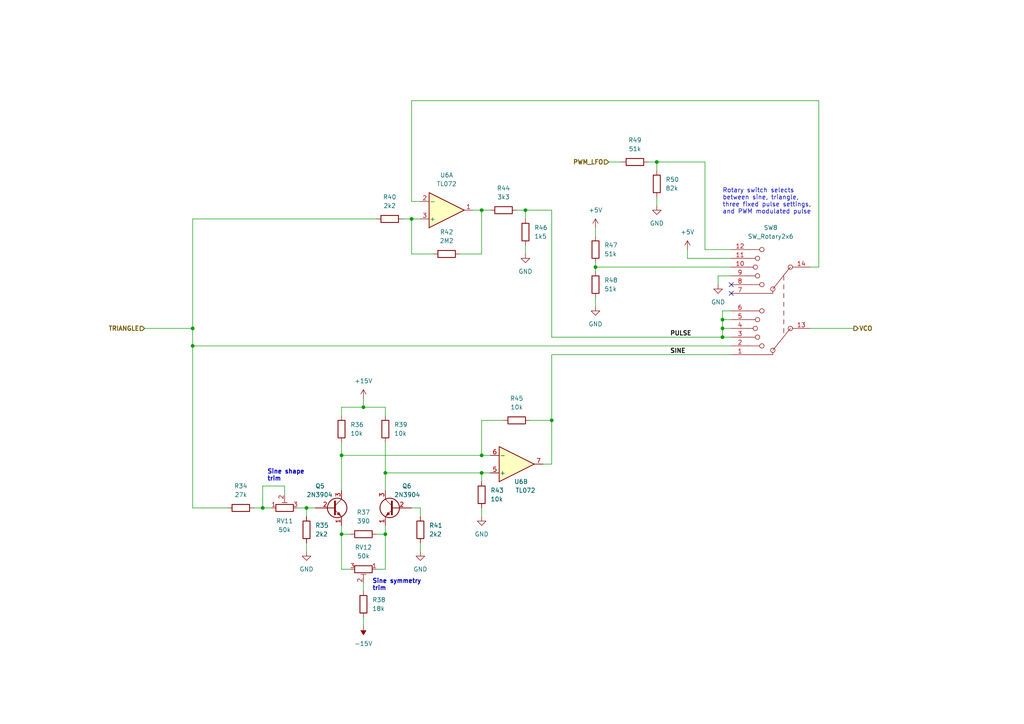
<source format=kicad_sch>
(kicad_sch (version 20221206) (generator eeschema)
  (paper "A4")
  (title_block (title "J.P. Fundrums") (date "2023-02-02") (rev "0") (comment 1 "creativecommons.org/licences/by/4.0/") (comment 2 "Licence: CC by 4.0") (comment 3 "Author: Jordan Aceto"))
  (lib_symbols
    (symbol "Amplifier_Operational:TL072" (pin_names (offset 0.127))
      (property "Reference" "U" (at 0 5.08 0))
      (property "Value" "TL072" (at 0 -5.08 0))
      (symbol "TL072_1_1"
        (polyline (pts (xy -5.08 5.08) (xy 5.08 0) (xy -5.08 -5.08) (xy -5.08 5.08)) (stroke (width 0.254)) (fill (type background)))
        (pin output line (at 7.62 0 180) (length 2.54) (name "~") (number "1"))
        (pin input line (at -7.62 -2.54 0) (length 2.54) (name "-") (number "2"))
        (pin input line (at -7.62 2.54 0) (length 2.54) (name "+") (number "3"))
      )
      (symbol "TL072_2_1"
        (polyline (pts (xy -5.08 5.08) (xy 5.08 0) (xy -5.08 -5.08) (xy -5.08 5.08)) (stroke (width 0.254)) (fill (type background)))
        (pin input line (at -7.62 2.54 0) (length 2.54) (name "+") (number "5"))
        (pin input line (at -7.62 -2.54 0) (length 2.54) (name "-") (number "6"))
        (pin output line (at 7.62 0 180) (length 2.54) (name "~") (number "7"))
      )
      (symbol "TL072_3_1"
        (pin power_in line (at -2.54 -7.62 90) (length 3.81) (name "V-") (number "4"))
        (pin power_in line (at -2.54 7.62 270) (length 3.81) (name "V+") (number "8"))
      )
    )
    (symbol "Device:R" (pin_numbers hide) (pin_names (offset 0))
      (property "Reference" "R" (at 2.032 0 90))
      (property "Value" "R" (at 0 0 90))
      (symbol "R_0_1"
        (rectangle (start -1.016 -2.54) (end 1.016 2.54) (stroke (width 0.254)))
      )
      (symbol "R_1_1"
        (pin passive line (at 0 3.81 270) (length 1.27) (name "~") (number "1"))
        (pin passive line (at 0 -3.81 90) (length 1.27) (name "~") (number "2"))
      )
    )
    (symbol "Device:R_Potentiometer_Trim" (pin_names (offset 1.016) hide)
      (property "Reference" "RV" (at -4.445 0 90))
      (property "Value" "R_Potentiometer_Trim" (at -2.54 0 90))
      (symbol "R_Potentiometer_Trim_0_1"
        (polyline (pts (xy 1.524 0.762) (xy 1.524 -0.762)))
        (polyline (pts (xy 2.54 0) (xy 1.524 0)))
        (rectangle (start 1.016 2.54) (end -1.016 -2.54) (stroke (width 0.254)))
      )
      (symbol "R_Potentiometer_Trim_1_1"
        (pin passive line (at 0 3.81 270) (length 1.27) (name "1") (number "1"))
        (pin passive line (at 3.81 0 180) (length 1.27) (name "2") (number "2"))
        (pin passive line (at 0 -3.81 90) (length 1.27) (name "3") (number "3"))
      )
    )
    (symbol "Switch:SW_Rotary2x6" (pin_names (offset 1.016) hide)
      (property "Reference" "SW" (at 0 17.78 0))
      (property "Value" "SW_Rotary2x6" (at 0 -17.78 0))
      (symbol "SW_Rotary2x6_0_0"
        (circle (center -4.445 -10.16) (radius 0.635))
        (circle (center -4.445 7.62) (radius 0.635))
        (polyline (pts (xy -4.445 -10.16) (xy 0.635 -3.81)))
        (polyline (pts (xy -4.445 7.62) (xy 0.635 13.97)))
        (polyline (pts (xy -2.54 -7.62) (xy -2.54 -6.35)))
        (polyline (pts (xy -2.54 -5.08) (xy -2.54 -3.81)))
        (polyline (pts (xy -2.54 -2.54) (xy -2.54 -1.27)))
        (polyline (pts (xy -2.54 0) (xy -2.54 1.27)))
        (polyline (pts (xy -2.54 2.54) (xy -2.54 3.81)))
        (polyline (pts (xy -2.54 5.08) (xy -2.54 6.35)))
        (polyline (pts (xy -2.54 7.62) (xy -2.54 8.89)))
        (polyline (pts (xy 4.445 -5.08) (xy 7.62 -5.08)))
        (polyline (pts (xy 4.445 12.7) (xy 7.62 12.7)))
        (polyline (pts (xy 5.715 -12.7) (xy 7.62 -12.7)))
        (polyline (pts (xy 5.715 -7.62) (xy 7.62 -7.62)))
        (polyline (pts (xy 5.715 5.08) (xy 7.62 5.08)))
        (polyline (pts (xy 5.715 10.16) (xy 7.62 10.16)))
        (polyline (pts (xy 6.35 -10.16) (xy 7.62 -10.16)))
        (polyline (pts (xy 6.35 7.62) (xy 7.62 7.62)))
        (polyline (pts (xy 7.62 -15.24) (xy 4.445 -15.24)))
        (polyline (pts (xy 7.62 2.54) (xy 4.445 2.54)))
        (polyline (pts (xy 0.635 -3.175) (xy 0.635 -2.54) (xy 7.62 -2.54)))
        (polyline (pts (xy 0.635 14.605) (xy 0.635 15.24) (xy 7.62 15.24)))
        (circle (center 0.635 -3.81) (radius 0.635))
        (circle (center 0.635 13.97) (radius 0.635))
        (circle (center 3.81 -15.24) (radius 0.635))
        (circle (center 3.81 -5.08) (radius 0.635))
        (circle (center 3.81 2.54) (radius 0.635))
        (circle (center 3.81 12.7) (radius 0.635))
        (circle (center 5.08 -12.7) (radius 0.635))
        (circle (center 5.08 -7.62) (radius 0.635))
        (circle (center 5.08 5.08) (radius 0.635))
        (circle (center 5.08 10.16) (radius 0.635))
        (circle (center 5.715 -10.16) (radius 0.635))
        (circle (center 5.715 7.62) (radius 0.635))
      )
      (symbol "SW_Rotary2x6_0_1"
        (pin passive line (at 12.7 15.24 180) (length 5.08) (name "1") (number "1"))
        (pin passive line (at 12.7 -10.16 180) (length 5.08) (name "10") (number "10"))
        (pin passive line (at 12.7 -12.7 180) (length 5.08) (name "11") (number "11"))
        (pin passive line (at 12.7 -15.24 180) (length 5.08) (name "12") (number "12"))
        (pin passive line (at -10.16 7.62 0) (length 5.08) (name "13") (number "13"))
        (pin passive line (at -10.16 -10.16 0) (length 5.08) (name "14") (number "14"))
        (pin passive line (at 12.7 12.7 180) (length 5.08) (name "2") (number "2"))
        (pin passive line (at 12.7 10.16 180) (length 5.08) (name "3") (number "3"))
        (pin passive line (at 12.7 7.62 180) (length 5.08) (name "4") (number "4"))
        (pin passive line (at 12.7 5.08 180) (length 5.08) (name "5") (number "5"))
        (pin passive line (at 12.7 2.54 180) (length 5.08) (name "6") (number "6"))
        (pin passive line (at 12.7 -2.54 180) (length 5.08) (name "7") (number "7"))
        (pin passive line (at 12.7 -5.08 180) (length 5.08) (name "8") (number "8"))
        (pin passive line (at 12.7 -7.62 180) (length 5.08) (name "9") (number "9"))
      )
    )
    (symbol "Transistor_BJT:2N3904" (pin_names (offset 0) hide)
      (property "Reference" "Q" (at 5.08 1.905 0))
      (property "Value" "2N3904" (at 5.08 0 0))
      (symbol "2N3904_0_1"
        (polyline (pts (xy 0.635 0.635) (xy 2.54 2.54)))
        (polyline (pts (xy 0.635 -0.635) (xy 2.54 -2.54) (xy 2.54 -2.54)))
        (polyline (pts (xy 0.635 1.905) (xy 0.635 -1.905) (xy 0.635 -1.905)) (stroke (width 0.508)))
        (polyline (pts (xy 1.27 -1.778) (xy 1.778 -1.27) (xy 2.286 -2.286) (xy 1.27 -1.778) (xy 1.27 -1.778)) (fill (type outline)))
        (circle (center 1.27 0) (radius 2.8194) (stroke (width 0.254)))
      )
      (symbol "2N3904_1_1"
        (pin passive line (at 2.54 -5.08 90) (length 2.54) (name "E") (number "1"))
        (pin passive line (at -5.08 0 0) (length 5.715) (name "B") (number "2"))
        (pin passive line (at 2.54 5.08 270) (length 2.54) (name "C") (number "3"))
      )
    )
    (symbol "power:+15V" (power) (pin_names (offset 0))
      (property "Value" "+15V" (at 0 3.556 0))
      (symbol "+15V_0_1"
        (polyline (pts (xy -0.762 1.27) (xy 0 2.54)))
        (polyline (pts (xy 0 0) (xy 0 2.54)))
        (polyline (pts (xy 0 2.54) (xy 0.762 1.27)))
      )
      (symbol "+15V_1_1"
        (pin power_in line (at 0 0 90) (length 0) hide (name "+15V") (number "1"))
      )
    )
    (symbol "power:+5V" (power) (pin_names (offset 0))
      (property "Value" "+5V" (at 0 3.556 0))
      (symbol "+5V_0_1"
        (polyline (pts (xy -0.762 1.27) (xy 0 2.54)))
        (polyline (pts (xy 0 0) (xy 0 2.54)))
        (polyline (pts (xy 0 2.54) (xy 0.762 1.27)))
      )
      (symbol "+5V_1_1"
        (pin power_in line (at 0 0 90) (length 0) hide (name "+5V") (number "1"))
      )
    )
    (symbol "power:-15V" (power) (pin_names (offset 0))
      (property "Value" "-15V" (at 0 3.81 0))
      (symbol "-15V_0_0"
        (pin power_in line (at 0 0 90) (length 0) hide (name "-15V") (number "1"))
      )
      (symbol "-15V_0_1"
        (polyline (pts (xy 0 0) (xy 0 1.27) (xy 0.762 1.27) (xy 0 2.54) (xy -0.762 1.27) (xy 0 1.27)) (fill (type outline)))
      )
    )
    (symbol "power:GND" (power) (pin_names (offset 0))
      (property "Value" "GND" (at 0 -3.81 0))
      (symbol "GND_0_1"
        (polyline (pts (xy 0 0) (xy 0 -1.27) (xy 1.27 -1.27) (xy 0 -2.54) (xy -1.27 -1.27) (xy 0 -1.27)))
      )
      (symbol "GND_1_1"
        (pin power_in line (at 0 0 270) (length 0) hide (name "GND") (number "1"))
      )
    )
  )
  (junction (at 119.38 63.5))
  (junction (at 139.7 60.96))
  (junction (at 55.88 100.33))
  (junction (at 76.2 147.32))
  (junction (at 99.06 132.08))
  (junction (at 55.88 95.25))
  (junction (at 209.55 95.25))
  (junction (at 139.7 137.16))
  (junction (at 111.76 137.16))
  (junction (at 172.72 77.47))
  (junction (at 105.41 118.11))
  (junction (at 111.76 154.94))
  (junction (at 152.4 60.96))
  (junction (at 139.7 132.08))
  (junction (at 209.55 97.79))
  (junction (at 190.5 46.99))
  (junction (at 88.9 147.32))
  (junction (at 160.02 121.92))
  (junction (at 99.06 154.94))
  (junction (at 209.55 92.71))
  (no_connect (at 212.09 82.55))
  (no_connect (at 212.09 85.09))
  (wire (pts (xy 160.02 60.96) (xy 160.02 97.79)))
  (wire (pts (xy 116.84 63.5) (xy 119.38 63.5)))
  (wire (pts (xy 99.06 128.27) (xy 99.06 132.08)))
  (wire (pts (xy 105.41 118.11) (xy 111.76 118.11)))
  (wire (pts (xy 55.88 63.5) (xy 55.88 95.25)))
  (wire (pts (xy 99.06 132.08) (xy 99.06 142.24)))
  (wire (pts (xy 99.06 152.4) (xy 99.06 154.94)))
  (wire (pts (xy 237.49 29.21) (xy 237.49 77.47)))
  (wire (pts (xy 237.49 77.47) (xy 234.95 77.47)))
  (wire (pts (xy 234.95 95.25) (xy 247.65 95.25)))
  (wire (pts (xy 133.35 73.66) (xy 139.7 73.66)))
  (wire (pts (xy 160.02 134.62) (xy 160.02 121.92)))
  (wire (pts (xy 190.5 46.99) (xy 187.96 46.99)))
  (wire (pts (xy 121.92 58.42) (xy 119.38 58.42)))
  (wire (pts (xy 139.7 132.08) (xy 139.7 121.92)))
  (wire (pts (xy 105.41 115.57) (xy 105.41 118.11)))
  (wire (pts (xy 119.38 147.32) (xy 121.92 147.32)))
  (wire (pts (xy 190.5 49.53) (xy 190.5 46.99)))
  (wire (pts (xy 152.4 60.96) (xy 149.86 60.96)))
  (wire (pts (xy 55.88 100.33) (xy 212.09 100.33)))
  (wire (pts (xy 109.22 165.1) (xy 111.76 165.1)))
  (wire (pts (xy 152.4 71.12) (xy 152.4 73.66)))
  (wire (pts (xy 209.55 97.79) (xy 209.55 95.25)))
  (wire (pts (xy 204.47 46.99) (xy 204.47 72.39)))
  (wire (pts (xy 86.36 147.32) (xy 88.9 147.32)))
  (wire (pts (xy 111.76 165.1) (xy 111.76 154.94)))
  (wire (pts (xy 199.39 74.93) (xy 212.09 74.93)))
  (wire (pts (xy 99.06 118.11) (xy 99.06 120.65)))
  (wire (pts (xy 76.2 140.97) (xy 76.2 147.32)))
  (wire (pts (xy 172.72 76.2) (xy 172.72 77.47)))
  (wire (pts (xy 208.28 80.01) (xy 208.28 82.55)))
  (wire (pts (xy 209.55 95.25) (xy 212.09 95.25)))
  (wire (pts (xy 99.06 165.1) (xy 101.6 165.1)))
  (wire (pts (xy 111.76 137.16) (xy 111.76 142.24)))
  (wire (pts (xy 139.7 60.96) (xy 142.24 60.96)))
  (wire (pts (xy 119.38 29.21) (xy 237.49 29.21)))
  (wire (pts (xy 172.72 77.47) (xy 212.09 77.47)))
  (wire (pts (xy 55.88 147.32) (xy 66.04 147.32)))
  (wire (pts (xy 109.22 63.5) (xy 55.88 63.5)))
  (wire (pts (xy 88.9 147.32) (xy 91.44 147.32)))
  (wire (pts (xy 190.5 46.99) (xy 204.47 46.99)))
  (wire (pts (xy 172.72 86.36) (xy 172.72 88.9)))
  (wire (pts (xy 139.7 73.66) (xy 139.7 60.96)))
  (wire (pts (xy 209.55 95.25) (xy 209.55 92.71)))
  (wire (pts (xy 199.39 72.39) (xy 199.39 74.93)))
  (wire (pts (xy 208.28 80.01) (xy 212.09 80.01)))
  (wire (pts (xy 209.55 90.17) (xy 212.09 90.17)))
  (wire (pts (xy 209.55 97.79) (xy 160.02 97.79)))
  (wire (pts (xy 121.92 149.86) (xy 121.92 147.32)))
  (wire (pts (xy 209.55 92.71) (xy 209.55 90.17)))
  (wire (pts (xy 125.73 73.66) (xy 119.38 73.66)))
  (wire (pts (xy 101.6 154.94) (xy 99.06 154.94)))
  (wire (pts (xy 105.41 179.07) (xy 105.41 181.61)))
  (wire (pts (xy 99.06 118.11) (xy 105.41 118.11)))
  (wire (pts (xy 160.02 121.92) (xy 153.67 121.92)))
  (wire (pts (xy 204.47 72.39) (xy 212.09 72.39)))
  (wire (pts (xy 157.48 134.62) (xy 160.02 134.62)))
  (wire (pts (xy 88.9 149.86) (xy 88.9 147.32)))
  (wire (pts (xy 111.76 128.27) (xy 111.76 137.16)))
  (wire (pts (xy 139.7 121.92) (xy 146.05 121.92)))
  (wire (pts (xy 152.4 63.5) (xy 152.4 60.96)))
  (wire (pts (xy 190.5 57.15) (xy 190.5 59.69)))
  (wire (pts (xy 109.22 154.94) (xy 111.76 154.94)))
  (wire (pts (xy 212.09 97.79) (xy 209.55 97.79)))
  (wire (pts (xy 99.06 132.08) (xy 139.7 132.08)))
  (wire (pts (xy 139.7 139.7) (xy 139.7 137.16)))
  (wire (pts (xy 73.66 147.32) (xy 76.2 147.32)))
  (wire (pts (xy 139.7 137.16) (xy 142.24 137.16)))
  (wire (pts (xy 119.38 73.66) (xy 119.38 63.5)))
  (wire (pts (xy 160.02 121.92) (xy 160.02 102.87)))
  (wire (pts (xy 88.9 157.48) (xy 88.9 160.02)))
  (wire (pts (xy 121.92 157.48) (xy 121.92 160.02)))
  (wire (pts (xy 76.2 147.32) (xy 78.74 147.32)))
  (wire (pts (xy 111.76 154.94) (xy 111.76 152.4)))
  (wire (pts (xy 139.7 60.96) (xy 137.16 60.96)))
  (wire (pts (xy 119.38 58.42) (xy 119.38 29.21)))
  (wire (pts (xy 160.02 102.87) (xy 212.09 102.87)))
  (wire (pts (xy 142.24 132.08) (xy 139.7 132.08)))
  (wire (pts (xy 105.41 168.91) (xy 105.41 171.45)))
  (wire (pts (xy 176.53 46.99) (xy 180.34 46.99)))
  (wire (pts (xy 172.72 77.47) (xy 172.72 78.74)))
  (wire (pts (xy 55.88 95.25) (xy 55.88 100.33)))
  (wire (pts (xy 152.4 60.96) (xy 160.02 60.96)))
  (wire (pts (xy 82.55 143.51) (xy 82.55 140.97)))
  (wire (pts (xy 119.38 63.5) (xy 121.92 63.5)))
  (wire (pts (xy 209.55 92.71) (xy 212.09 92.71)))
  (wire (pts (xy 99.06 154.94) (xy 99.06 165.1)))
  (wire (pts (xy 111.76 118.11) (xy 111.76 120.65)))
  (wire (pts (xy 111.76 137.16) (xy 139.7 137.16)))
  (wire (pts (xy 139.7 147.32) (xy 139.7 149.86)))
  (wire (pts (xy 172.72 66.04) (xy 172.72 68.58)))
  (wire (pts (xy 55.88 100.33) (xy 55.88 147.32)))
  (wire (pts (xy 82.55 140.97) (xy 76.2 140.97)))
  (wire (pts (xy 41.91 95.25) (xy 55.88 95.25)))
  (text "Sine shape\ntrim" (at 77.47 139.7 0) (effects (font (size 1.27 1.27) bold) (justify left bottom)))
  (text "Rotary switch selects\nbetween sine, triangle,\nthree fixed pulse settings,\nand PWM modulated pulse" (at 209.55 62.23 0) (effects (font (size 1.27 1.27)) (justify left bottom)))
  (text "Sine symmetry\ntrim" (at 107.95 171.45 0) (effects (font (size 1.27 1.27) bold) (justify left bottom)))
  (label "SINE" (at 194.31 102.87 0) (effects (font bold)))
  (label "PULSE" (at 194.31 97.79 0) (effects (font bold)))
  (hierarchical_label "TRIANGLE" (shape input) (at 41.91 95.25 180) (effects (font bold)))
  (hierarchical_label "PWM_LFO" (shape input) (at 176.53 46.99 180) (effects (font bold)))
  (hierarchical_label "VCO" (shape output) (at 247.65 95.25 0) (effects (font bold)))
  (symbol (lib_id "Device:R") (at 69.85 147.32 90) (unit 1)
    (property "Reference" "R34" (at 69.85 140.97 90))
    (property "Value" "27k" (at 69.85 143.51 90))
    (instances (project "fundrums" (path "" (reference "R34") (unit 1)) (path "" (reference "R121") (unit 1)) (path "" (reference "R208") (unit 1)) (path "" (reference "R295") (unit 1))))
  )
  (symbol (lib_id "Device:R") (at 121.92 153.67 0) (unit 1)
    (property "Reference" "R41" (at 124.46 152.3999 0) (effects (justify left)))
    (property "Value" "2k2" (at 124.46 154.9399 0) (effects (justify left)))
    (instances (project "fundrums" (path "" (reference "R41") (unit 1)) (path "" (reference "R128") (unit 1)) (path "" (reference "R215") (unit 1)) (path "" (reference "R302") (unit 1))))
  )
  (symbol (lib_id "Amplifier_Operational:TL072") (at 149.86 134.62 0) (mirror x) (unit 2)
    (property "Reference" "U6" (at 151.13 139.7 0))
    (property "Value" "TL072" (at 152.4 142.24 0))
    (property "Datasheet" "http://www.ti.com/lit/ds/symlink/tl071.pdf" (effects hide))
    (instances (project "fundrums" (path "" (reference "U6") (unit 2)) (path "" (reference "U20") (unit 2)) (path "" (reference "U33") (unit 2)) (path "" (reference "U45") (unit 2))))
  )
  (symbol (lib_id "power:GND") (at 139.7 149.86 0) (unit 1)
    (property "Reference" "#PWR0138" (effects hide))
    (property "Value" "GND" (at 139.7 154.94 0))
    (instances (project "fundrums" (path "" (reference "#PWR0138") (unit 1)) (path "" (reference "#PWR0215") (unit 1)) (path "" (reference "#PWR0292") (unit 1)) (path "" (reference "#PWR0369") (unit 1))))
  )
  (symbol (lib_id "Device:R") (at 111.76 124.46 0) (unit 1)
    (property "Reference" "R39" (at 114.3 123.1899 0) (effects (justify left)))
    (property "Value" "10k" (at 114.3 125.7299 0) (effects (justify left)))
    (instances (project "fundrums" (path "" (reference "R39") (unit 1)) (path "" (reference "R126") (unit 1)) (path "" (reference "R213") (unit 1)) (path "" (reference "R300") (unit 1))))
  )
  (symbol (lib_id "Device:R") (at 88.9 153.67 0) (unit 1)
    (property "Reference" "R35" (at 91.44 152.3999 0) (effects (justify left)))
    (property "Value" "2k2" (at 91.44 154.9399 0) (effects (justify left)))
    (instances (project "fundrums" (path "" (reference "R35") (unit 1)) (path "" (reference "R122") (unit 1)) (path "" (reference "R209") (unit 1)) (path "" (reference "R296") (unit 1))))
  )
  (symbol (lib_id "power:GND") (at 172.72 88.9 0) (unit 1)
    (property "Reference" "#PWR0141" (effects hide))
    (property "Value" "GND" (at 172.72 93.98 0))
    (instances (project "fundrums" (path "" (reference "#PWR0141") (unit 1)) (path "" (reference "#PWR0218") (unit 1)) (path "" (reference "#PWR0295") (unit 1)) (path "" (reference "#PWR0372") (unit 1))))
  )
  (symbol (lib_id "Amplifier_Operational:TL072") (at 129.54 60.96 0) (mirror x) (unit 1)
    (property "Reference" "U6" (at 129.54 50.8 0))
    (property "Value" "TL072" (at 129.54 53.34 0))
    (property "Datasheet" "http://www.ti.com/lit/ds/symlink/tl071.pdf" (effects hide))
    (instances (project "fundrums" (path "" (reference "U6") (unit 1)) (path "" (reference "U20") (unit 1)) (path "" (reference "U33") (unit 1)) (path "" (reference "U45") (unit 1))))
  )
  (symbol (lib_id "power:GND") (at 121.92 160.02 0) (unit 1)
    (property "Reference" "#PWR0137" (effects hide))
    (property "Value" "GND" (at 121.92 165.1 0))
    (instances (project "fundrums" (path "" (reference "#PWR0137") (unit 1)) (path "" (reference "#PWR0214") (unit 1)) (path "" (reference "#PWR0291") (unit 1)) (path "" (reference "#PWR0368") (unit 1))))
  )
  (symbol (lib_id "power:GND") (at 208.28 82.55 0) (unit 1)
    (property "Reference" "#PWR0144" (effects hide))
    (property "Value" "GND" (at 208.28 87.63 0))
    (instances (project "fundrums" (path "" (reference "#PWR0144") (unit 1)) (path "" (reference "#PWR0221") (unit 1)) (path "" (reference "#PWR0298") (unit 1)) (path "" (reference "#PWR0375") (unit 1))))
  )
  (symbol (lib_id "Device:R") (at 184.15 46.99 90) (unit 1)
    (property "Reference" "R49" (at 184.15 40.64 90))
    (property "Value" "51k" (at 184.15 43.18 90))
    (instances (project "fundrums" (path "" (reference "R49") (unit 1)) (path "" (reference "R136") (unit 1)) (path "" (reference "R223") (unit 1)) (path "" (reference "R310") (unit 1))))
  )
  (symbol (lib_id "power:GND") (at 190.5 59.69 0) (unit 1)
    (property "Reference" "#PWR0142" (effects hide))
    (property "Value" "GND" (at 190.5 64.77 0))
    (instances (project "fundrums" (path "" (reference "#PWR0142") (unit 1)) (path "" (reference "#PWR0219") (unit 1)) (path "" (reference "#PWR0296") (unit 1)) (path "" (reference "#PWR0373") (unit 1))))
  )
  (symbol (lib_id "Device:R_Potentiometer_Trim") (at 82.55 147.32 90) (unit 1)
    (property "Reference" "RV11" (at 82.55 151.13 90))
    (property "Value" "50k" (at 82.55 153.67 90))
    (instances (project "fundrums" (path "" (reference "RV11") (unit 1)) (path "" (reference "RV23") (unit 1)) (path "" (reference "RV35") (unit 1)) (path "" (reference "RV47") (unit 1))))
  )
  (symbol (lib_id "Transistor_BJT:2N3904") (at 114.3 147.32 0) (mirror y) (unit 1)
    (property "Reference" "Q6" (at 119.38 140.97 0) (effects (justify left)))
    (property "Value" "2N3904" (at 121.92 143.51 0) (effects (justify left)))
    (property "Footprint" "Package_TO_SOT_THT:TO-92_Inline" (effects hide))
    (property "Datasheet" "https://www.onsemi.com/pub/Collateral/2N3903-D.PDF" (effects hide))
    (instances (project "fundrums" (path "" (reference "Q6") (unit 1)) (path "" (reference "Q12") (unit 1)) (path "" (reference "Q18") (unit 1)) (path "" (reference "Q24") (unit 1))))
  )
  (symbol (lib_id "Device:R") (at 105.41 154.94 90) (unit 1)
    (property "Reference" "R37" (at 105.41 148.59 90))
    (property "Value" "390" (at 105.41 151.13 90))
    (instances (project "fundrums" (path "" (reference "R37") (unit 1)) (path "" (reference "R124") (unit 1)) (path "" (reference "R211") (unit 1)) (path "" (reference "R298") (unit 1))))
  )
  (symbol (lib_id "Device:R") (at 190.5 53.34 0) (unit 1)
    (property "Reference" "R50" (at 193.04 52.0699 0) (effects (justify left)))
    (property "Value" "82k" (at 193.04 54.6099 0) (effects (justify left)))
    (instances (project "fundrums" (path "" (reference "R50") (unit 1)) (path "" (reference "R137") (unit 1)) (path "" (reference "R224") (unit 1)) (path "" (reference "R311") (unit 1))))
  )
  (symbol (lib_id "power:GND") (at 152.4 73.66 0) (unit 1)
    (property "Reference" "#PWR0139" (effects hide))
    (property "Value" "GND" (at 152.4 78.74 0))
    (instances (project "fundrums" (path "" (reference "#PWR0139") (unit 1)) (path "" (reference "#PWR0216") (unit 1)) (path "" (reference "#PWR0293") (unit 1)) (path "" (reference "#PWR0370") (unit 1))))
  )
  (symbol (lib_id "Device:R_Potentiometer_Trim") (at 105.41 165.1 270) (unit 1)
    (property "Reference" "RV12" (at 105.41 158.75 90))
    (property "Value" "50k" (at 105.41 161.29 90))
    (instances (project "fundrums" (path "" (reference "RV12") (unit 1)) (path "" (reference "RV24") (unit 1)) (path "" (reference "RV36") (unit 1)) (path "" (reference "RV48") (unit 1))))
  )
  (symbol (lib_id "Device:R") (at 152.4 67.31 0) (unit 1)
    (property "Reference" "R46" (at 154.94 66.0399 0) (effects (justify left)))
    (property "Value" "1k5" (at 154.94 68.5799 0) (effects (justify left)))
    (instances (project "fundrums" (path "" (reference "R46") (unit 1)) (path "" (reference "R133") (unit 1)) (path "" (reference "R220") (unit 1)) (path "" (reference "R307") (unit 1))))
  )
  (symbol (lib_id "Device:R") (at 149.86 121.92 270) (unit 1)
    (property "Reference" "R45" (at 149.86 115.57 90))
    (property "Value" "10k" (at 149.86 118.11 90))
    (instances (project "fundrums" (path "" (reference "R45") (unit 1)) (path "" (reference "R132") (unit 1)) (path "" (reference "R219") (unit 1)) (path "" (reference "R306") (unit 1))))
  )
  (symbol (lib_id "Device:R") (at 129.54 73.66 90) (unit 1)
    (property "Reference" "R42" (at 129.54 67.31 90))
    (property "Value" "2M2" (at 129.54 69.85 90))
    (instances (project "fundrums" (path "" (reference "R42") (unit 1)) (path "" (reference "R129") (unit 1)) (path "" (reference "R216") (unit 1)) (path "" (reference "R303") (unit 1))))
  )
  (symbol (lib_id "Switch:SW_Rotary2x6") (at 224.79 87.63 180) (unit 1)
    (property "Reference" "SW8" (at 223.52 66.04 0))
    (property "Value" "SW_Rotary2x6" (at 223.52 68.58 0))
    (property "Datasheet" "http://cdn-reichelt.de/documents/datenblatt/C200/DS-Serie%23LOR.pdf" (effects hide))
    (instances (project "fundrums" (path "" (reference "SW8") (unit 1)) (path "" (reference "SW15") (unit 1)) (path "" (reference "SW22") (unit 1)) (path "" (reference "SW29") (unit 1))))
  )
  (symbol (lib_id "Device:R") (at 139.7 143.51 0) (unit 1)
    (property "Reference" "R43" (at 142.24 142.2399 0) (effects (justify left)))
    (property "Value" "10k" (at 142.24 144.7799 0) (effects (justify left)))
    (instances (project "fundrums" (path "" (reference "R43") (unit 1)) (path "" (reference "R130") (unit 1)) (path "" (reference "R217") (unit 1)) (path "" (reference "R304") (unit 1))))
  )
  (symbol (lib_id "power:+15V") (at 105.41 115.57 0) (unit 1)
    (property "Reference" "#PWR0135" (effects hide))
    (property "Value" "+15V" (at 105.41 110.49 0))
    (instances (project "fundrums" (path "" (reference "#PWR0135") (unit 1)) (path "" (reference "#PWR0212") (unit 1)) (path "" (reference "#PWR0289") (unit 1)) (path "" (reference "#PWR0366") (unit 1))))
  )
  (symbol (lib_id "Device:R") (at 105.41 175.26 0) (unit 1)
    (property "Reference" "R38" (at 107.95 173.9899 0) (effects (justify left)))
    (property "Value" "18k" (at 107.95 176.5299 0) (effects (justify left)))
    (instances (project "fundrums" (path "" (reference "R38") (unit 1)) (path "" (reference "R125") (unit 1)) (path "" (reference "R212") (unit 1)) (path "" (reference "R299") (unit 1))))
  )
  (symbol (lib_id "Device:R") (at 146.05 60.96 90) (unit 1)
    (property "Reference" "R44" (at 146.05 54.61 90))
    (property "Value" "3k3" (at 146.05 57.15 90))
    (instances (project "fundrums" (path "" (reference "R44") (unit 1)) (path "" (reference "R131") (unit 1)) (path "" (reference "R218") (unit 1)) (path "" (reference "R305") (unit 1))))
  )
  (symbol (lib_id "power:+5V") (at 172.72 66.04 0) (unit 1)
    (property "Reference" "#PWR0140" (effects hide))
    (property "Value" "+5V" (at 172.72 60.96 0))
    (instances (project "fundrums" (path "" (reference "#PWR0140") (unit 1)) (path "" (reference "#PWR0217") (unit 1)) (path "" (reference "#PWR0294") (unit 1)) (path "" (reference "#PWR0371") (unit 1))))
  )
  (symbol (lib_id "Device:R") (at 172.72 72.39 0) (unit 1)
    (property "Reference" "R47" (at 175.26 71.1199 0) (effects (justify left)))
    (property "Value" "51k" (at 175.26 73.6599 0) (effects (justify left)))
    (instances (project "fundrums" (path "" (reference "R47") (unit 1)) (path "" (reference "R134") (unit 1)) (path "" (reference "R221") (unit 1)) (path "" (reference "R308") (unit 1))))
  )
  (symbol (lib_id "Device:R") (at 172.72 82.55 0) (unit 1)
    (property "Reference" "R48" (at 175.26 81.2799 0) (effects (justify left)))
    (property "Value" "51k" (at 175.26 83.8199 0) (effects (justify left)))
    (instances (project "fundrums" (path "" (reference "R48") (unit 1)) (path "" (reference "R135") (unit 1)) (path "" (reference "R222") (unit 1)) (path "" (reference "R309") (unit 1))))
  )
  (symbol (lib_id "power:GND") (at 88.9 160.02 0) (unit 1)
    (property "Reference" "#PWR0134" (effects hide))
    (property "Value" "GND" (at 88.9 165.1 0))
    (instances (project "fundrums" (path "" (reference "#PWR0134") (unit 1)) (path "" (reference "#PWR0211") (unit 1)) (path "" (reference "#PWR0288") (unit 1)) (path "" (reference "#PWR0365") (unit 1))))
  )
  (symbol (lib_id "power:-15V") (at 105.41 181.61 180) (unit 1)
    (property "Reference" "#PWR0136" (effects hide))
    (property "Value" "-15V" (at 105.41 186.69 0))
    (instances (project "fundrums" (path "" (reference "#PWR0136") (unit 1)) (path "" (reference "#PWR0213") (unit 1)) (path "" (reference "#PWR0290") (unit 1)) (path "" (reference "#PWR0367") (unit 1))))
  )
  (symbol (lib_id "Device:R") (at 113.03 63.5 90) (unit 1)
    (property "Reference" "R40" (at 113.03 57.15 90))
    (property "Value" "2k2" (at 113.03 59.69 90))
    (instances (project "fundrums" (path "" (reference "R40") (unit 1)) (path "" (reference "R127") (unit 1)) (path "" (reference "R214") (unit 1)) (path "" (reference "R301") (unit 1))))
  )
  (symbol (lib_id "power:+5V") (at 199.39 72.39 0) (unit 1)
    (property "Reference" "#PWR0143" (effects hide))
    (property "Value" "+5V" (at 199.39 67.31 0))
    (instances (project "fundrums" (path "" (reference "#PWR0143") (unit 1)) (path "" (reference "#PWR0220") (unit 1)) (path "" (reference "#PWR0297") (unit 1)) (path "" (reference "#PWR0374") (unit 1))))
  )
  (symbol (lib_id "Device:R") (at 99.06 124.46 0) (unit 1)
    (property "Reference" "R36" (at 101.6 123.1899 0) (effects (justify left)))
    (property "Value" "10k" (at 101.6 125.7299 0) (effects (justify left)))
    (instances (project "fundrums" (path "" (reference "R36") (unit 1)) (path "" (reference "R123") (unit 1)) (path "" (reference "R210") (unit 1)) (path "" (reference "R297") (unit 1))))
  )
  (symbol (lib_id "Transistor_BJT:2N3904") (at 96.52 147.32 0) (unit 1)
    (property "Reference" "Q5" (at 91.44 140.97 0) (effects (justify left)))
    (property "Value" "2N3904" (at 88.9 143.51 0) (effects (justify left)))
    (property "Footprint" "Package_TO_SOT_THT:TO-92_Inline" (effects hide))
    (property "Datasheet" "https://www.onsemi.com/pub/Collateral/2N3903-D.PDF" (effects hide))
    (instances (project "fundrums" (path "" (reference "Q5") (unit 1)) (path "" (reference "Q11") (unit 1)) (path "" (reference "Q17") (unit 1)) (path "" (reference "Q23") (unit 1))))
  )
)
</source>
